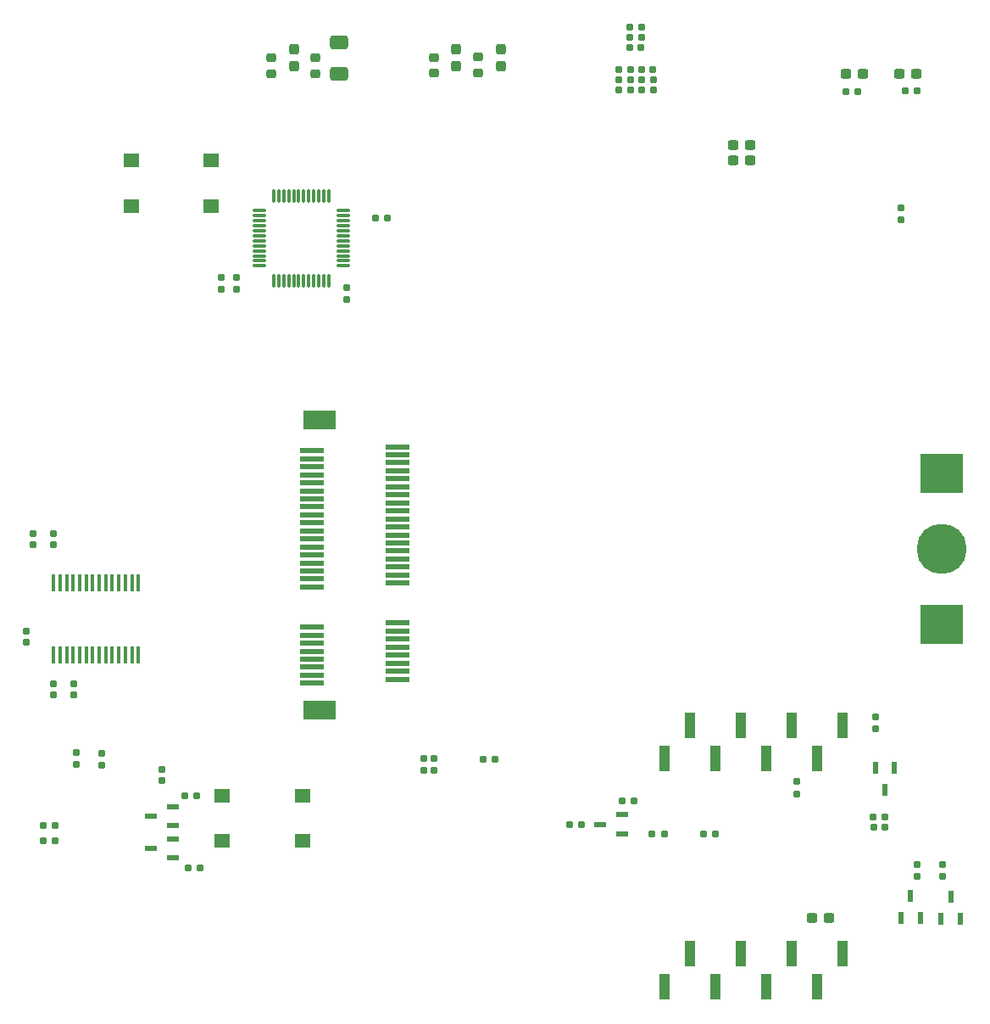
<source format=gbp>
G04 #@! TF.GenerationSoftware,KiCad,Pcbnew,8.0.2-1*
G04 #@! TF.CreationDate,2024-06-26T09:27:30-04:00*
G04 #@! TF.ProjectId,MiniCamel,4d696e69-4361-46d6-956c-2e6b69636164,2.1*
G04 #@! TF.SameCoordinates,PX16e3600PY6052340*
G04 #@! TF.FileFunction,Paste,Bot*
G04 #@! TF.FilePolarity,Positive*
%FSLAX46Y46*%
G04 Gerber Fmt 4.6, Leading zero omitted, Abs format (unit mm)*
G04 Created by KiCad (PCBNEW 8.0.2-1) date 2024-06-26 09:27:30*
%MOMM*%
%LPD*%
G01*
G04 APERTURE LIST*
G04 Aperture macros list*
%AMRoundRect*
0 Rectangle with rounded corners*
0 $1 Rounding radius*
0 $2 $3 $4 $5 $6 $7 $8 $9 X,Y pos of 4 corners*
0 Add a 4 corners polygon primitive as box body*
4,1,4,$2,$3,$4,$5,$6,$7,$8,$9,$2,$3,0*
0 Add four circle primitives for the rounded corners*
1,1,$1+$1,$2,$3*
1,1,$1+$1,$4,$5*
1,1,$1+$1,$6,$7*
1,1,$1+$1,$8,$9*
0 Add four rect primitives between the rounded corners*
20,1,$1+$1,$2,$3,$4,$5,0*
20,1,$1+$1,$4,$5,$6,$7,0*
20,1,$1+$1,$6,$7,$8,$9,0*
20,1,$1+$1,$8,$9,$2,$3,0*%
G04 Aperture macros list end*
%ADD10RoundRect,0.218750X-0.256250X0.218750X-0.256250X-0.218750X0.256250X-0.218750X0.256250X0.218750X0*%
%ADD11RoundRect,0.160000X-0.160000X0.197500X-0.160000X-0.197500X0.160000X-0.197500X0.160000X0.197500X0*%
%ADD12RoundRect,0.160000X0.197500X0.160000X-0.197500X0.160000X-0.197500X-0.160000X0.197500X-0.160000X0*%
%ADD13RoundRect,0.155000X-0.212500X-0.155000X0.212500X-0.155000X0.212500X0.155000X-0.212500X0.155000X0*%
%ADD14RoundRect,0.160000X0.160000X-0.197500X0.160000X0.197500X-0.160000X0.197500X-0.160000X-0.197500X0*%
%ADD15RoundRect,0.237500X0.300000X0.237500X-0.300000X0.237500X-0.300000X-0.237500X0.300000X-0.237500X0*%
%ADD16R,1.000000X2.510000*%
%ADD17RoundRect,0.155000X0.212500X0.155000X-0.212500X0.155000X-0.212500X-0.155000X0.212500X-0.155000X0*%
%ADD18RoundRect,0.155000X-0.155000X0.212500X-0.155000X-0.212500X0.155000X-0.212500X0.155000X0.212500X0*%
%ADD19R,1.600000X1.400000*%
%ADD20RoundRect,0.160000X-0.197500X-0.160000X0.197500X-0.160000X0.197500X0.160000X-0.197500X0.160000X0*%
%ADD21R,1.200000X0.600000*%
%ADD22RoundRect,0.155000X0.155000X-0.212500X0.155000X0.212500X-0.155000X0.212500X-0.155000X-0.212500X0*%
%ADD23R,0.450000X1.750000*%
%ADD24O,0.300000X1.400000*%
%ADD25O,1.400000X0.300000*%
%ADD26R,0.600000X1.200000*%
%ADD27RoundRect,0.237500X-0.300000X-0.237500X0.300000X-0.237500X0.300000X0.237500X-0.300000X0.237500X0*%
%ADD28RoundRect,0.237500X0.237500X-0.300000X0.237500X0.300000X-0.237500X0.300000X-0.237500X-0.300000X0*%
%ADD29RoundRect,0.250000X0.650000X-0.412500X0.650000X0.412500X-0.650000X0.412500X-0.650000X-0.412500X0*%
%ADD30R,2.400000X0.600000*%
%ADD31R,3.200000X1.900000*%
%ADD32R,4.200000X3.900000*%
%ADD33C,5.000000*%
G04 APERTURE END LIST*
D10*
X31425000Y71525000D03*
X31425000Y69950000D03*
D11*
X10040000Y2117500D03*
X10040000Y922500D03*
D12*
X88337500Y-4210000D03*
X87142500Y-4210000D03*
D13*
X62810000Y72570000D03*
X63945000Y72570000D03*
D14*
X94060000Y-10217500D03*
X94060000Y-9022500D03*
D10*
X47700000Y71575000D03*
X47700000Y70000000D03*
D15*
X91475000Y69925000D03*
X89750000Y69925000D03*
D16*
X66290000Y1625000D03*
X68830000Y4935000D03*
X71370000Y1625000D03*
X73910000Y4935000D03*
X76450000Y1625000D03*
X78990000Y4935000D03*
X81530000Y1625000D03*
X84070000Y4935000D03*
X84040000Y-17910000D03*
X81500000Y-21220000D03*
X78960000Y-17910000D03*
X76420000Y-21220000D03*
X73880000Y-17910000D03*
X71340000Y-21220000D03*
X68800000Y-17910000D03*
X66260000Y-21220000D03*
D17*
X62882500Y70340000D03*
X61747500Y70340000D03*
D18*
X16050000Y510000D03*
X16050000Y-625000D03*
D12*
X19885000Y-9350000D03*
X18690000Y-9350000D03*
D19*
X21000000Y56750000D03*
X13000000Y56750000D03*
X21000000Y61250000D03*
X13000000Y61250000D03*
D15*
X74850000Y62825000D03*
X73125000Y62825000D03*
D17*
X38567500Y55500000D03*
X37432500Y55500000D03*
D11*
X42260000Y1627500D03*
X42260000Y432500D03*
D18*
X7250000Y9067500D03*
X7250000Y7932500D03*
D20*
X63972500Y69350000D03*
X65167500Y69350000D03*
D14*
X43300000Y420000D03*
X43300000Y1615000D03*
D11*
X7500000Y2157500D03*
X7500000Y962500D03*
D17*
X88307500Y-5240000D03*
X87172500Y-5240000D03*
D21*
X62040000Y-4030000D03*
X62040000Y-5930000D03*
X59840000Y-4980000D03*
D12*
X19545000Y-2100000D03*
X18350000Y-2100000D03*
X49367500Y1500000D03*
X48172500Y1500000D03*
D19*
X30100000Y-6650000D03*
X22100000Y-6650000D03*
X30100000Y-2150000D03*
X22100000Y-2150000D03*
D22*
X2575000Y13157500D03*
X2575000Y14292500D03*
D11*
X22000000Y49597500D03*
X22000000Y48402500D03*
D22*
X89950000Y55382500D03*
X89950000Y56517500D03*
D12*
X62912500Y68350000D03*
X61717500Y68350000D03*
D10*
X27025000Y71512500D03*
X27025000Y69937500D03*
D23*
X5275000Y19100000D03*
X5925000Y19100000D03*
X6575000Y19100000D03*
X7225000Y19100000D03*
X7875000Y19100000D03*
X8525000Y19100000D03*
X9175000Y19100000D03*
X9825000Y19100000D03*
X10475000Y19100000D03*
X11125000Y19100000D03*
X11775000Y19100000D03*
X12425000Y19100000D03*
X13075000Y19100000D03*
X13725000Y19100000D03*
X13725000Y11900000D03*
X13075000Y11900000D03*
X12425000Y11900000D03*
X11775000Y11900000D03*
X11125000Y11900000D03*
X10475000Y11900000D03*
X9825000Y11900000D03*
X9175000Y11900000D03*
X8525000Y11900000D03*
X7875000Y11900000D03*
X7225000Y11900000D03*
X6575000Y11900000D03*
X5925000Y11900000D03*
X5275000Y11900000D03*
D24*
X32750000Y49300000D03*
X32250000Y49300000D03*
X31750000Y49300000D03*
X31250000Y49300000D03*
X30750000Y49300000D03*
X30250000Y49300000D03*
X29750000Y49300000D03*
X29250000Y49300000D03*
X28750000Y49300000D03*
X28250000Y49300000D03*
X27750000Y49300000D03*
X27250000Y49300000D03*
D25*
X25800000Y50750000D03*
X25800000Y51250000D03*
X25800000Y51750000D03*
X25800000Y52250000D03*
X25800000Y52750000D03*
X25800000Y53250000D03*
X25800000Y53750000D03*
X25800000Y54250000D03*
X25800000Y54750000D03*
X25800000Y55250000D03*
X25800000Y55750000D03*
X25800000Y56250000D03*
D24*
X27250000Y57700000D03*
X27750000Y57700000D03*
X28250000Y57700000D03*
X28750000Y57700000D03*
X29250000Y57700000D03*
X29750000Y57700000D03*
X30250000Y57700000D03*
X30750000Y57700000D03*
X31250000Y57700000D03*
X31750000Y57700000D03*
X32250000Y57700000D03*
X32750000Y57700000D03*
D25*
X34200000Y56250000D03*
X34200000Y55750000D03*
X34200000Y55250000D03*
X34200000Y54750000D03*
X34200000Y54250000D03*
X34200000Y53750000D03*
X34200000Y53250000D03*
X34200000Y52750000D03*
X34200000Y52250000D03*
X34200000Y51750000D03*
X34200000Y51250000D03*
X34200000Y50750000D03*
D12*
X5422500Y-6600000D03*
X4227500Y-6600000D03*
X5425000Y-5125000D03*
X4230000Y-5125000D03*
D20*
X65052500Y-5920000D03*
X66247500Y-5920000D03*
D13*
X84432500Y68160000D03*
X85567500Y68160000D03*
X64002500Y70340000D03*
X65137500Y70340000D03*
D26*
X87370000Y620000D03*
X89270000Y620000D03*
X88320000Y-1580000D03*
D22*
X34500000Y47432500D03*
X34500000Y48567500D03*
D27*
X84375000Y69940000D03*
X86100000Y69940000D03*
D17*
X57947500Y-4980000D03*
X56812500Y-4980000D03*
D28*
X49969994Y70665999D03*
X49969994Y72390999D03*
D22*
X3250000Y22932505D03*
X3250000Y24067505D03*
D28*
X29250000Y70637500D03*
X29250000Y72362500D03*
D21*
X17180000Y-6440000D03*
X17180000Y-8340000D03*
X14980000Y-7390000D03*
D28*
X45469994Y70665999D03*
X45469994Y72390999D03*
D12*
X63975000Y74550000D03*
X62780000Y74550000D03*
X63230000Y-2630000D03*
X62035000Y-2630000D03*
D18*
X5250000Y24067500D03*
X5250000Y22932500D03*
D17*
X91482500Y68210000D03*
X90347500Y68210000D03*
D15*
X74862500Y61250000D03*
X73137500Y61250000D03*
D10*
X43275000Y71550000D03*
X43275000Y69975000D03*
D11*
X87375000Y5745000D03*
X87375000Y4550000D03*
D29*
X33750000Y69937500D03*
X33750000Y73062500D03*
D27*
X81012500Y-14350000D03*
X82737500Y-14350000D03*
D26*
X91830000Y-14360000D03*
X89930000Y-14360000D03*
X90880000Y-12160000D03*
D11*
X79510000Y-732500D03*
X79510000Y-1927500D03*
D26*
X95830000Y-14380000D03*
X93930000Y-14380000D03*
X94880000Y-12180000D03*
D30*
X31030500Y9100000D03*
X39630500Y9500000D03*
X31030500Y9900000D03*
X39630500Y10300000D03*
X31030500Y10700000D03*
X39630500Y11100000D03*
X31030500Y11500000D03*
X39630500Y11900000D03*
X31030500Y12300000D03*
X39630500Y12700000D03*
X31030500Y13100000D03*
X39630500Y13500000D03*
X31030500Y13900000D03*
X39630500Y14300000D03*
X31030500Y14700000D03*
X39630500Y15100000D03*
X31030500Y18700000D03*
X39630500Y19100000D03*
X31030500Y19500000D03*
X39630500Y19900000D03*
X31030500Y20300000D03*
X39630500Y20700000D03*
X31030500Y21100000D03*
X39630500Y21500000D03*
X31030500Y21900000D03*
X39630500Y22300000D03*
X31030500Y22700000D03*
X39630500Y23100000D03*
X31030500Y23500000D03*
X39630500Y23900000D03*
X31030500Y24300000D03*
X39630500Y24700000D03*
X31030500Y25100000D03*
X39630500Y25500000D03*
X31030500Y25900000D03*
X39630500Y26300000D03*
X31030500Y26700000D03*
X39630500Y27100000D03*
X31030500Y27500000D03*
X39630500Y27900000D03*
X31030500Y28300000D03*
X39630500Y28700000D03*
X31030500Y29100000D03*
X39630500Y29500000D03*
X31030500Y29900000D03*
X39630500Y30300000D03*
X31030500Y30700000D03*
X39630500Y31100000D03*
X31030500Y31500000D03*
X39630500Y31900000D03*
X31030500Y32300000D03*
X39630500Y32700000D03*
D31*
X31830500Y6450000D03*
X31830500Y35350000D03*
D11*
X23500000Y49597500D03*
X23500000Y48402500D03*
D21*
X17190000Y-3200000D03*
X17190000Y-5100000D03*
X14990000Y-4150000D03*
D32*
X94000000Y14950000D03*
X94000000Y30050000D03*
D33*
X94000000Y22500000D03*
D20*
X70142500Y-5950000D03*
X71337500Y-5950000D03*
X63972500Y68350000D03*
X65167500Y68350000D03*
X62780000Y73550000D03*
X63975000Y73550000D03*
D18*
X5250000Y9067500D03*
X5250000Y7932500D03*
D12*
X62910000Y69350000D03*
X61715000Y69350000D03*
D14*
X91520000Y-10217500D03*
X91520000Y-9022500D03*
M02*

</source>
